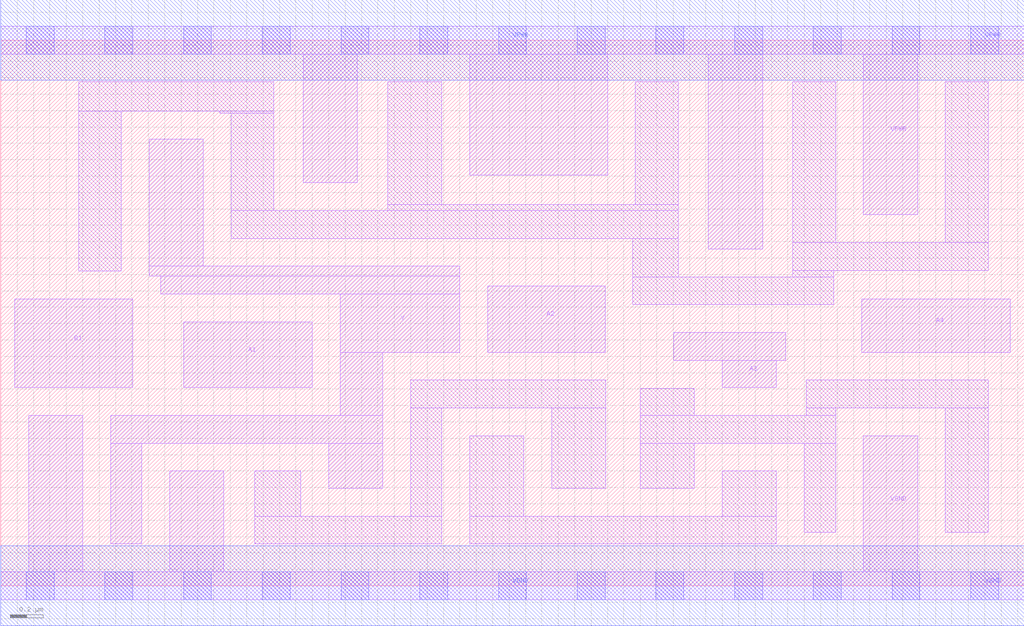
<source format=lef>
# Copyright 2020 The SkyWater PDK Authors
#
# Licensed under the Apache License, Version 2.0 (the "License");
# you may not use this file except in compliance with the License.
# You may obtain a copy of the License at
#
#     https://www.apache.org/licenses/LICENSE-2.0
#
# Unless required by applicable law or agreed to in writing, software
# distributed under the License is distributed on an "AS IS" BASIS,
# WITHOUT WARRANTIES OR CONDITIONS OF ANY KIND, either express or implied.
# See the License for the specific language governing permissions and
# limitations under the License.
#
# SPDX-License-Identifier: Apache-2.0

VERSION 5.7 ;
  NAMESCASESENSITIVE ON ;
  NOWIREEXTENSIONATPIN ON ;
  DIVIDERCHAR "/" ;
  BUSBITCHARS "[]" ;
UNITS
  DATABASE MICRONS 200 ;
END UNITS
MACRO sky130_fd_sc_lp__a41oi_2
  CLASS CORE ;
  SOURCE USER ;
  FOREIGN sky130_fd_sc_lp__a41oi_2 ;
  ORIGIN  0.000000  0.000000 ;
  SIZE  6.240000 BY  3.330000 ;
  SYMMETRY X Y R90 ;
  SITE unit ;
  PIN A1
    ANTENNAGATEAREA  0.630000 ;
    DIRECTION INPUT ;
    USE SIGNAL ;
    PORT
      LAYER li1 ;
        RECT 1.115000 1.210000 1.900000 1.610000 ;
    END
  END A1
  PIN A2
    ANTENNAGATEAREA  0.630000 ;
    DIRECTION INPUT ;
    USE SIGNAL ;
    PORT
      LAYER li1 ;
        RECT 2.970000 1.425000 3.685000 1.830000 ;
    END
  END A2
  PIN A3
    ANTENNAGATEAREA  0.630000 ;
    DIRECTION INPUT ;
    USE SIGNAL ;
    PORT
      LAYER li1 ;
        RECT 4.105000 1.375000 4.785000 1.545000 ;
        RECT 4.400000 1.210000 4.730000 1.375000 ;
    END
  END A3
  PIN A4
    ANTENNAGATEAREA  0.630000 ;
    DIRECTION INPUT ;
    USE SIGNAL ;
    PORT
      LAYER li1 ;
        RECT 5.250000 1.425000 6.155000 1.750000 ;
    END
  END A4
  PIN B1
    ANTENNAGATEAREA  0.630000 ;
    DIRECTION INPUT ;
    USE SIGNAL ;
    PORT
      LAYER li1 ;
        RECT 0.085000 1.210000 0.805000 1.750000 ;
    END
  END B1
  PIN Y
    ANTENNADIFFAREA  0.823200 ;
    DIRECTION OUTPUT ;
    USE SIGNAL ;
    PORT
      LAYER li1 ;
        RECT 0.670000 0.255000 0.860000 0.870000 ;
        RECT 0.670000 0.870000 2.330000 1.040000 ;
        RECT 0.905000 1.890000 2.800000 1.950000 ;
        RECT 0.905000 1.950000 1.235000 2.725000 ;
        RECT 0.975000 1.780000 2.800000 1.890000 ;
        RECT 2.000000 0.595000 2.330000 0.870000 ;
        RECT 2.070000 1.040000 2.330000 1.425000 ;
        RECT 2.070000 1.425000 2.800000 1.780000 ;
    END
  END Y
  PIN VGND
    DIRECTION INOUT ;
    USE GROUND ;
    PORT
      LAYER li1 ;
        RECT 0.000000 -0.085000 6.240000 0.085000 ;
        RECT 0.170000  0.085000 0.500000 1.040000 ;
        RECT 1.030000  0.085000 1.360000 0.700000 ;
        RECT 5.260000  0.085000 5.590000 0.915000 ;
      LAYER mcon ;
        RECT 0.155000 -0.085000 0.325000 0.085000 ;
        RECT 0.635000 -0.085000 0.805000 0.085000 ;
        RECT 1.115000 -0.085000 1.285000 0.085000 ;
        RECT 1.595000 -0.085000 1.765000 0.085000 ;
        RECT 2.075000 -0.085000 2.245000 0.085000 ;
        RECT 2.555000 -0.085000 2.725000 0.085000 ;
        RECT 3.035000 -0.085000 3.205000 0.085000 ;
        RECT 3.515000 -0.085000 3.685000 0.085000 ;
        RECT 3.995000 -0.085000 4.165000 0.085000 ;
        RECT 4.475000 -0.085000 4.645000 0.085000 ;
        RECT 4.955000 -0.085000 5.125000 0.085000 ;
        RECT 5.435000 -0.085000 5.605000 0.085000 ;
        RECT 5.915000 -0.085000 6.085000 0.085000 ;
      LAYER met1 ;
        RECT 0.000000 -0.245000 6.240000 0.245000 ;
    END
  END VGND
  PIN VPWR
    DIRECTION INOUT ;
    USE POWER ;
    PORT
      LAYER li1 ;
        RECT 0.000000 3.245000 6.240000 3.415000 ;
        RECT 1.845000 2.460000 2.175000 3.245000 ;
        RECT 2.860000 2.505000 3.700000 3.245000 ;
        RECT 4.315000 2.055000 4.645000 3.245000 ;
        RECT 5.260000 2.265000 5.590000 3.245000 ;
      LAYER mcon ;
        RECT 0.155000 3.245000 0.325000 3.415000 ;
        RECT 0.635000 3.245000 0.805000 3.415000 ;
        RECT 1.115000 3.245000 1.285000 3.415000 ;
        RECT 1.595000 3.245000 1.765000 3.415000 ;
        RECT 2.075000 3.245000 2.245000 3.415000 ;
        RECT 2.555000 3.245000 2.725000 3.415000 ;
        RECT 3.035000 3.245000 3.205000 3.415000 ;
        RECT 3.515000 3.245000 3.685000 3.415000 ;
        RECT 3.995000 3.245000 4.165000 3.415000 ;
        RECT 4.475000 3.245000 4.645000 3.415000 ;
        RECT 4.955000 3.245000 5.125000 3.415000 ;
        RECT 5.435000 3.245000 5.605000 3.415000 ;
        RECT 5.915000 3.245000 6.085000 3.415000 ;
      LAYER met1 ;
        RECT 0.000000 3.085000 6.240000 3.575000 ;
    END
  END VPWR
  OBS
    LAYER li1 ;
      RECT 0.475000 1.920000 0.735000 2.895000 ;
      RECT 0.475000 2.895000 1.665000 3.075000 ;
      RECT 1.335000 2.885000 1.665000 2.895000 ;
      RECT 1.405000 2.120000 4.130000 2.290000 ;
      RECT 1.405000 2.290000 1.665000 2.885000 ;
      RECT 1.550000 0.255000 2.690000 0.425000 ;
      RECT 1.550000 0.425000 1.830000 0.700000 ;
      RECT 2.360000 2.290000 4.130000 2.325000 ;
      RECT 2.360000 2.325000 2.690000 3.075000 ;
      RECT 2.500000 0.425000 2.690000 1.085000 ;
      RECT 2.500000 1.085000 3.690000 1.255000 ;
      RECT 2.860000 0.255000 4.730000 0.425000 ;
      RECT 2.860000 0.425000 3.190000 0.915000 ;
      RECT 3.360000 0.595000 3.690000 1.085000 ;
      RECT 3.855000 1.715000 5.080000 1.885000 ;
      RECT 3.855000 1.885000 4.130000 2.120000 ;
      RECT 3.870000 2.325000 4.130000 3.075000 ;
      RECT 3.900000 0.595000 4.230000 0.870000 ;
      RECT 3.900000 0.870000 5.090000 1.040000 ;
      RECT 3.900000 1.040000 4.230000 1.205000 ;
      RECT 4.400000 0.425000 4.730000 0.700000 ;
      RECT 4.830000 1.885000 5.080000 1.925000 ;
      RECT 4.830000 1.925000 6.020000 2.095000 ;
      RECT 4.830000 2.095000 5.090000 3.075000 ;
      RECT 4.900000 0.325000 5.090000 0.870000 ;
      RECT 4.910000 1.040000 5.090000 1.085000 ;
      RECT 4.910000 1.085000 6.020000 1.255000 ;
      RECT 5.760000 0.325000 6.020000 1.085000 ;
      RECT 5.760000 2.095000 6.020000 3.075000 ;
  END
END sky130_fd_sc_lp__a41oi_2

</source>
